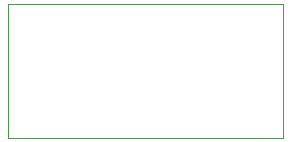
<source format=gbr>
G04 #@! TF.GenerationSoftware,KiCad,Pcbnew,(5.1.12-1-10_14)*
G04 #@! TF.CreationDate,2021-11-25T02:21:13-08:00*
G04 #@! TF.ProjectId,kicad-soft-latch-power-on,6b696361-642d-4736-9f66-742d6c617463,1*
G04 #@! TF.SameCoordinates,Original*
G04 #@! TF.FileFunction,Profile,NP*
%FSLAX46Y46*%
G04 Gerber Fmt 4.6, Leading zero omitted, Abs format (unit mm)*
G04 Created by KiCad (PCBNEW (5.1.12-1-10_14)) date 2021-11-25 02:21:13*
%MOMM*%
%LPD*%
G01*
G04 APERTURE LIST*
G04 #@! TA.AperFunction,Profile*
%ADD10C,0.100000*%
G04 #@! TD*
G04 APERTURE END LIST*
D10*
X146253200Y-105511600D02*
X146253200Y-116865400D01*
X122936000Y-105511600D02*
X146253200Y-105511600D01*
X122936000Y-116865400D02*
X122936000Y-105511600D01*
X146253200Y-116865400D02*
X122936000Y-116865400D01*
M02*

</source>
